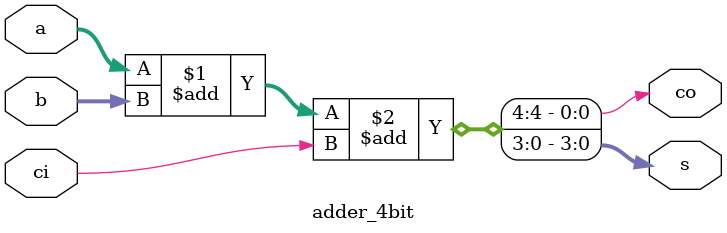
<source format=v>
module mux_4bit(y, i0, i1, s);
output [3:0] y;
input [3:0] i0, i1;
input s;

assign y = s ? i1 : i0;

endmodule

module adder_4bit(a,b,s,ci,co);
input [3:0] a, b;
output [3:0] s;
input ci;
output co;

assign {co, s} = a + b + ci;

endmodule



</source>
